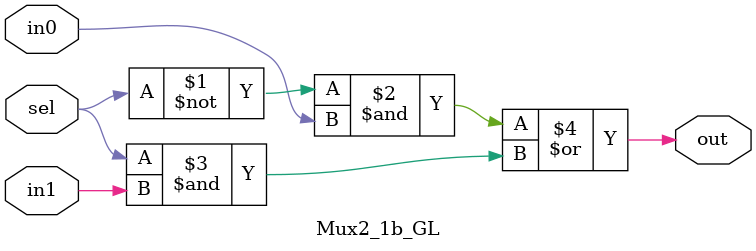
<source format=v>

`ifndef MUX2_1B_GL
`define MUX2_1B_GL

module Mux2_1b_GL
(
  (* keep=1 *) input  in0,
  (* keep=1 *) input  in1,
  (* keep=1 *) input  sel,
  (* keep=1 *) output out
);

assign out = (~sel & in0) | (sel & in1);

endmodule

`endif /* MUX2_1B_GL */


</source>
